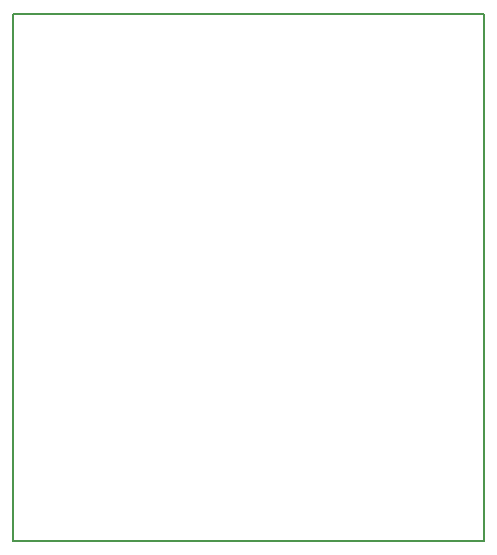
<source format=gm1>
G04 MADE WITH FRITZING*
G04 WWW.FRITZING.ORG*
G04 DOUBLE SIDED*
G04 HOLES PLATED*
G04 CONTOUR ON CENTER OF CONTOUR VECTOR*
%ASAXBY*%
%FSLAX23Y23*%
%MOIN*%
%OFA0B0*%
%SFA1.0B1.0*%
%ADD10R,1.577440X1.763750*%
%ADD11C,0.008000*%
%ADD10C,0.008*%
%LNCONTOUR*%
G90*
G70*
G54D10*
G54D11*
X4Y1760D02*
X1573Y1760D01*
X1573Y4D01*
X4Y4D01*
X4Y1760D01*
D02*
G04 End of contour*
M02*
</source>
